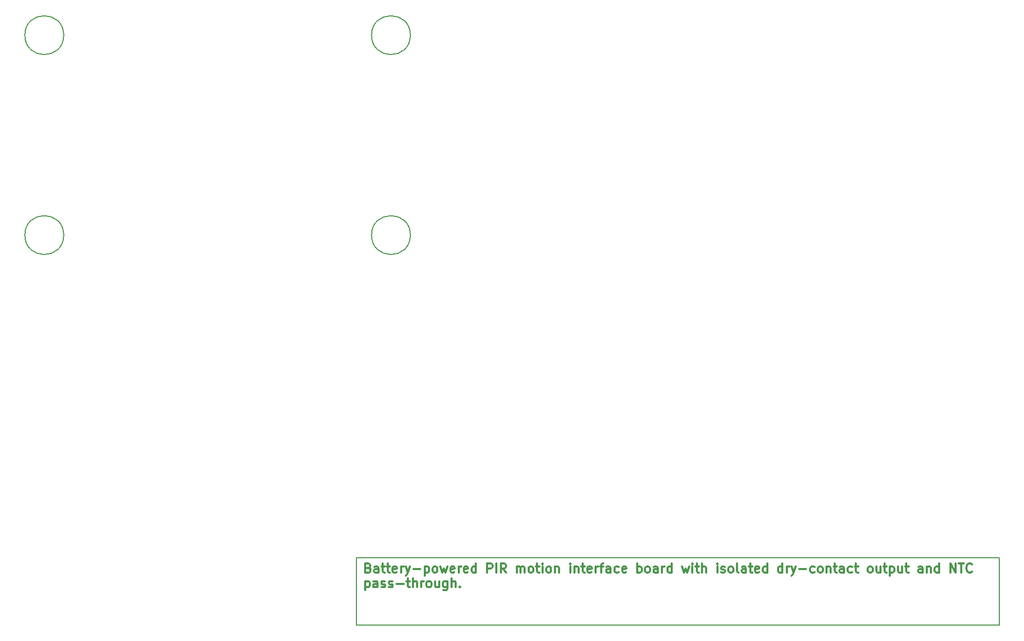
<source format=gbr>
%TF.GenerationSoftware,KiCad,Pcbnew,9.0.1+1*%
%TF.CreationDate,2025-12-31T05:22:49+00:00*%
%TF.ProjectId,WALKIN_PIR_IF,57414c4b-494e-45f5-9049-525f49462e6b,A*%
%TF.SameCoordinates,Original*%
%TF.FileFunction,Other,Comment*%
%FSLAX46Y46*%
G04 Gerber Fmt 4.6, Leading zero omitted, Abs format (unit mm)*
G04 Created by KiCad (PCBNEW 9.0.1+1) date 2025-12-31 05:22:49*
%MOMM*%
%LPD*%
G01*
G04 APERTURE LIST*
%ADD10C,0.300000*%
%ADD11C,0.200000*%
%ADD12C,0.150000*%
G04 APERTURE END LIST*
D10*
X179807010Y-168692614D02*
X180021296Y-168764042D01*
X180021296Y-168764042D02*
X180092725Y-168835471D01*
X180092725Y-168835471D02*
X180164153Y-168978328D01*
X180164153Y-168978328D02*
X180164153Y-169192614D01*
X180164153Y-169192614D02*
X180092725Y-169335471D01*
X180092725Y-169335471D02*
X180021296Y-169406900D01*
X180021296Y-169406900D02*
X179878439Y-169478328D01*
X179878439Y-169478328D02*
X179307010Y-169478328D01*
X179307010Y-169478328D02*
X179307010Y-167978328D01*
X179307010Y-167978328D02*
X179807010Y-167978328D01*
X179807010Y-167978328D02*
X179949868Y-168049757D01*
X179949868Y-168049757D02*
X180021296Y-168121185D01*
X180021296Y-168121185D02*
X180092725Y-168264042D01*
X180092725Y-168264042D02*
X180092725Y-168406900D01*
X180092725Y-168406900D02*
X180021296Y-168549757D01*
X180021296Y-168549757D02*
X179949868Y-168621185D01*
X179949868Y-168621185D02*
X179807010Y-168692614D01*
X179807010Y-168692614D02*
X179307010Y-168692614D01*
X181449868Y-169478328D02*
X181449868Y-168692614D01*
X181449868Y-168692614D02*
X181378439Y-168549757D01*
X181378439Y-168549757D02*
X181235582Y-168478328D01*
X181235582Y-168478328D02*
X180949868Y-168478328D01*
X180949868Y-168478328D02*
X180807010Y-168549757D01*
X181449868Y-169406900D02*
X181307010Y-169478328D01*
X181307010Y-169478328D02*
X180949868Y-169478328D01*
X180949868Y-169478328D02*
X180807010Y-169406900D01*
X180807010Y-169406900D02*
X180735582Y-169264042D01*
X180735582Y-169264042D02*
X180735582Y-169121185D01*
X180735582Y-169121185D02*
X180807010Y-168978328D01*
X180807010Y-168978328D02*
X180949868Y-168906900D01*
X180949868Y-168906900D02*
X181307010Y-168906900D01*
X181307010Y-168906900D02*
X181449868Y-168835471D01*
X181949868Y-168478328D02*
X182521296Y-168478328D01*
X182164153Y-167978328D02*
X182164153Y-169264042D01*
X182164153Y-169264042D02*
X182235582Y-169406900D01*
X182235582Y-169406900D02*
X182378439Y-169478328D01*
X182378439Y-169478328D02*
X182521296Y-169478328D01*
X182807011Y-168478328D02*
X183378439Y-168478328D01*
X183021296Y-167978328D02*
X183021296Y-169264042D01*
X183021296Y-169264042D02*
X183092725Y-169406900D01*
X183092725Y-169406900D02*
X183235582Y-169478328D01*
X183235582Y-169478328D02*
X183378439Y-169478328D01*
X184449868Y-169406900D02*
X184307011Y-169478328D01*
X184307011Y-169478328D02*
X184021297Y-169478328D01*
X184021297Y-169478328D02*
X183878439Y-169406900D01*
X183878439Y-169406900D02*
X183807011Y-169264042D01*
X183807011Y-169264042D02*
X183807011Y-168692614D01*
X183807011Y-168692614D02*
X183878439Y-168549757D01*
X183878439Y-168549757D02*
X184021297Y-168478328D01*
X184021297Y-168478328D02*
X184307011Y-168478328D01*
X184307011Y-168478328D02*
X184449868Y-168549757D01*
X184449868Y-168549757D02*
X184521297Y-168692614D01*
X184521297Y-168692614D02*
X184521297Y-168835471D01*
X184521297Y-168835471D02*
X183807011Y-168978328D01*
X185164153Y-169478328D02*
X185164153Y-168478328D01*
X185164153Y-168764042D02*
X185235582Y-168621185D01*
X185235582Y-168621185D02*
X185307011Y-168549757D01*
X185307011Y-168549757D02*
X185449868Y-168478328D01*
X185449868Y-168478328D02*
X185592725Y-168478328D01*
X185949867Y-168478328D02*
X186307010Y-169478328D01*
X186664153Y-168478328D02*
X186307010Y-169478328D01*
X186307010Y-169478328D02*
X186164153Y-169835471D01*
X186164153Y-169835471D02*
X186092724Y-169906900D01*
X186092724Y-169906900D02*
X185949867Y-169978328D01*
X187235581Y-168906900D02*
X188378439Y-168906900D01*
X189092724Y-168478328D02*
X189092724Y-169978328D01*
X189092724Y-168549757D02*
X189235582Y-168478328D01*
X189235582Y-168478328D02*
X189521296Y-168478328D01*
X189521296Y-168478328D02*
X189664153Y-168549757D01*
X189664153Y-168549757D02*
X189735582Y-168621185D01*
X189735582Y-168621185D02*
X189807010Y-168764042D01*
X189807010Y-168764042D02*
X189807010Y-169192614D01*
X189807010Y-169192614D02*
X189735582Y-169335471D01*
X189735582Y-169335471D02*
X189664153Y-169406900D01*
X189664153Y-169406900D02*
X189521296Y-169478328D01*
X189521296Y-169478328D02*
X189235582Y-169478328D01*
X189235582Y-169478328D02*
X189092724Y-169406900D01*
X190664153Y-169478328D02*
X190521296Y-169406900D01*
X190521296Y-169406900D02*
X190449867Y-169335471D01*
X190449867Y-169335471D02*
X190378439Y-169192614D01*
X190378439Y-169192614D02*
X190378439Y-168764042D01*
X190378439Y-168764042D02*
X190449867Y-168621185D01*
X190449867Y-168621185D02*
X190521296Y-168549757D01*
X190521296Y-168549757D02*
X190664153Y-168478328D01*
X190664153Y-168478328D02*
X190878439Y-168478328D01*
X190878439Y-168478328D02*
X191021296Y-168549757D01*
X191021296Y-168549757D02*
X191092725Y-168621185D01*
X191092725Y-168621185D02*
X191164153Y-168764042D01*
X191164153Y-168764042D02*
X191164153Y-169192614D01*
X191164153Y-169192614D02*
X191092725Y-169335471D01*
X191092725Y-169335471D02*
X191021296Y-169406900D01*
X191021296Y-169406900D02*
X190878439Y-169478328D01*
X190878439Y-169478328D02*
X190664153Y-169478328D01*
X191664153Y-168478328D02*
X191949868Y-169478328D01*
X191949868Y-169478328D02*
X192235582Y-168764042D01*
X192235582Y-168764042D02*
X192521296Y-169478328D01*
X192521296Y-169478328D02*
X192807010Y-168478328D01*
X193949868Y-169406900D02*
X193807011Y-169478328D01*
X193807011Y-169478328D02*
X193521297Y-169478328D01*
X193521297Y-169478328D02*
X193378439Y-169406900D01*
X193378439Y-169406900D02*
X193307011Y-169264042D01*
X193307011Y-169264042D02*
X193307011Y-168692614D01*
X193307011Y-168692614D02*
X193378439Y-168549757D01*
X193378439Y-168549757D02*
X193521297Y-168478328D01*
X193521297Y-168478328D02*
X193807011Y-168478328D01*
X193807011Y-168478328D02*
X193949868Y-168549757D01*
X193949868Y-168549757D02*
X194021297Y-168692614D01*
X194021297Y-168692614D02*
X194021297Y-168835471D01*
X194021297Y-168835471D02*
X193307011Y-168978328D01*
X194664153Y-169478328D02*
X194664153Y-168478328D01*
X194664153Y-168764042D02*
X194735582Y-168621185D01*
X194735582Y-168621185D02*
X194807011Y-168549757D01*
X194807011Y-168549757D02*
X194949868Y-168478328D01*
X194949868Y-168478328D02*
X195092725Y-168478328D01*
X196164153Y-169406900D02*
X196021296Y-169478328D01*
X196021296Y-169478328D02*
X195735582Y-169478328D01*
X195735582Y-169478328D02*
X195592724Y-169406900D01*
X195592724Y-169406900D02*
X195521296Y-169264042D01*
X195521296Y-169264042D02*
X195521296Y-168692614D01*
X195521296Y-168692614D02*
X195592724Y-168549757D01*
X195592724Y-168549757D02*
X195735582Y-168478328D01*
X195735582Y-168478328D02*
X196021296Y-168478328D01*
X196021296Y-168478328D02*
X196164153Y-168549757D01*
X196164153Y-168549757D02*
X196235582Y-168692614D01*
X196235582Y-168692614D02*
X196235582Y-168835471D01*
X196235582Y-168835471D02*
X195521296Y-168978328D01*
X197521296Y-169478328D02*
X197521296Y-167978328D01*
X197521296Y-169406900D02*
X197378438Y-169478328D01*
X197378438Y-169478328D02*
X197092724Y-169478328D01*
X197092724Y-169478328D02*
X196949867Y-169406900D01*
X196949867Y-169406900D02*
X196878438Y-169335471D01*
X196878438Y-169335471D02*
X196807010Y-169192614D01*
X196807010Y-169192614D02*
X196807010Y-168764042D01*
X196807010Y-168764042D02*
X196878438Y-168621185D01*
X196878438Y-168621185D02*
X196949867Y-168549757D01*
X196949867Y-168549757D02*
X197092724Y-168478328D01*
X197092724Y-168478328D02*
X197378438Y-168478328D01*
X197378438Y-168478328D02*
X197521296Y-168549757D01*
X199378438Y-169478328D02*
X199378438Y-167978328D01*
X199378438Y-167978328D02*
X199949867Y-167978328D01*
X199949867Y-167978328D02*
X200092724Y-168049757D01*
X200092724Y-168049757D02*
X200164153Y-168121185D01*
X200164153Y-168121185D02*
X200235581Y-168264042D01*
X200235581Y-168264042D02*
X200235581Y-168478328D01*
X200235581Y-168478328D02*
X200164153Y-168621185D01*
X200164153Y-168621185D02*
X200092724Y-168692614D01*
X200092724Y-168692614D02*
X199949867Y-168764042D01*
X199949867Y-168764042D02*
X199378438Y-168764042D01*
X200878438Y-169478328D02*
X200878438Y-167978328D01*
X202449867Y-169478328D02*
X201949867Y-168764042D01*
X201592724Y-169478328D02*
X201592724Y-167978328D01*
X201592724Y-167978328D02*
X202164153Y-167978328D01*
X202164153Y-167978328D02*
X202307010Y-168049757D01*
X202307010Y-168049757D02*
X202378439Y-168121185D01*
X202378439Y-168121185D02*
X202449867Y-168264042D01*
X202449867Y-168264042D02*
X202449867Y-168478328D01*
X202449867Y-168478328D02*
X202378439Y-168621185D01*
X202378439Y-168621185D02*
X202307010Y-168692614D01*
X202307010Y-168692614D02*
X202164153Y-168764042D01*
X202164153Y-168764042D02*
X201592724Y-168764042D01*
X204235581Y-169478328D02*
X204235581Y-168478328D01*
X204235581Y-168621185D02*
X204307010Y-168549757D01*
X204307010Y-168549757D02*
X204449867Y-168478328D01*
X204449867Y-168478328D02*
X204664153Y-168478328D01*
X204664153Y-168478328D02*
X204807010Y-168549757D01*
X204807010Y-168549757D02*
X204878439Y-168692614D01*
X204878439Y-168692614D02*
X204878439Y-169478328D01*
X204878439Y-168692614D02*
X204949867Y-168549757D01*
X204949867Y-168549757D02*
X205092724Y-168478328D01*
X205092724Y-168478328D02*
X205307010Y-168478328D01*
X205307010Y-168478328D02*
X205449867Y-168549757D01*
X205449867Y-168549757D02*
X205521296Y-168692614D01*
X205521296Y-168692614D02*
X205521296Y-169478328D01*
X206449867Y-169478328D02*
X206307010Y-169406900D01*
X206307010Y-169406900D02*
X206235581Y-169335471D01*
X206235581Y-169335471D02*
X206164153Y-169192614D01*
X206164153Y-169192614D02*
X206164153Y-168764042D01*
X206164153Y-168764042D02*
X206235581Y-168621185D01*
X206235581Y-168621185D02*
X206307010Y-168549757D01*
X206307010Y-168549757D02*
X206449867Y-168478328D01*
X206449867Y-168478328D02*
X206664153Y-168478328D01*
X206664153Y-168478328D02*
X206807010Y-168549757D01*
X206807010Y-168549757D02*
X206878439Y-168621185D01*
X206878439Y-168621185D02*
X206949867Y-168764042D01*
X206949867Y-168764042D02*
X206949867Y-169192614D01*
X206949867Y-169192614D02*
X206878439Y-169335471D01*
X206878439Y-169335471D02*
X206807010Y-169406900D01*
X206807010Y-169406900D02*
X206664153Y-169478328D01*
X206664153Y-169478328D02*
X206449867Y-169478328D01*
X207378439Y-168478328D02*
X207949867Y-168478328D01*
X207592724Y-167978328D02*
X207592724Y-169264042D01*
X207592724Y-169264042D02*
X207664153Y-169406900D01*
X207664153Y-169406900D02*
X207807010Y-169478328D01*
X207807010Y-169478328D02*
X207949867Y-169478328D01*
X208449867Y-169478328D02*
X208449867Y-168478328D01*
X208449867Y-167978328D02*
X208378439Y-168049757D01*
X208378439Y-168049757D02*
X208449867Y-168121185D01*
X208449867Y-168121185D02*
X208521296Y-168049757D01*
X208521296Y-168049757D02*
X208449867Y-167978328D01*
X208449867Y-167978328D02*
X208449867Y-168121185D01*
X209378439Y-169478328D02*
X209235582Y-169406900D01*
X209235582Y-169406900D02*
X209164153Y-169335471D01*
X209164153Y-169335471D02*
X209092725Y-169192614D01*
X209092725Y-169192614D02*
X209092725Y-168764042D01*
X209092725Y-168764042D02*
X209164153Y-168621185D01*
X209164153Y-168621185D02*
X209235582Y-168549757D01*
X209235582Y-168549757D02*
X209378439Y-168478328D01*
X209378439Y-168478328D02*
X209592725Y-168478328D01*
X209592725Y-168478328D02*
X209735582Y-168549757D01*
X209735582Y-168549757D02*
X209807011Y-168621185D01*
X209807011Y-168621185D02*
X209878439Y-168764042D01*
X209878439Y-168764042D02*
X209878439Y-169192614D01*
X209878439Y-169192614D02*
X209807011Y-169335471D01*
X209807011Y-169335471D02*
X209735582Y-169406900D01*
X209735582Y-169406900D02*
X209592725Y-169478328D01*
X209592725Y-169478328D02*
X209378439Y-169478328D01*
X210521296Y-168478328D02*
X210521296Y-169478328D01*
X210521296Y-168621185D02*
X210592725Y-168549757D01*
X210592725Y-168549757D02*
X210735582Y-168478328D01*
X210735582Y-168478328D02*
X210949868Y-168478328D01*
X210949868Y-168478328D02*
X211092725Y-168549757D01*
X211092725Y-168549757D02*
X211164154Y-168692614D01*
X211164154Y-168692614D02*
X211164154Y-169478328D01*
X213021296Y-169478328D02*
X213021296Y-168478328D01*
X213021296Y-167978328D02*
X212949868Y-168049757D01*
X212949868Y-168049757D02*
X213021296Y-168121185D01*
X213021296Y-168121185D02*
X213092725Y-168049757D01*
X213092725Y-168049757D02*
X213021296Y-167978328D01*
X213021296Y-167978328D02*
X213021296Y-168121185D01*
X213735582Y-168478328D02*
X213735582Y-169478328D01*
X213735582Y-168621185D02*
X213807011Y-168549757D01*
X213807011Y-168549757D02*
X213949868Y-168478328D01*
X213949868Y-168478328D02*
X214164154Y-168478328D01*
X214164154Y-168478328D02*
X214307011Y-168549757D01*
X214307011Y-168549757D02*
X214378440Y-168692614D01*
X214378440Y-168692614D02*
X214378440Y-169478328D01*
X214878440Y-168478328D02*
X215449868Y-168478328D01*
X215092725Y-167978328D02*
X215092725Y-169264042D01*
X215092725Y-169264042D02*
X215164154Y-169406900D01*
X215164154Y-169406900D02*
X215307011Y-169478328D01*
X215307011Y-169478328D02*
X215449868Y-169478328D01*
X216521297Y-169406900D02*
X216378440Y-169478328D01*
X216378440Y-169478328D02*
X216092726Y-169478328D01*
X216092726Y-169478328D02*
X215949868Y-169406900D01*
X215949868Y-169406900D02*
X215878440Y-169264042D01*
X215878440Y-169264042D02*
X215878440Y-168692614D01*
X215878440Y-168692614D02*
X215949868Y-168549757D01*
X215949868Y-168549757D02*
X216092726Y-168478328D01*
X216092726Y-168478328D02*
X216378440Y-168478328D01*
X216378440Y-168478328D02*
X216521297Y-168549757D01*
X216521297Y-168549757D02*
X216592726Y-168692614D01*
X216592726Y-168692614D02*
X216592726Y-168835471D01*
X216592726Y-168835471D02*
X215878440Y-168978328D01*
X217235582Y-169478328D02*
X217235582Y-168478328D01*
X217235582Y-168764042D02*
X217307011Y-168621185D01*
X217307011Y-168621185D02*
X217378440Y-168549757D01*
X217378440Y-168549757D02*
X217521297Y-168478328D01*
X217521297Y-168478328D02*
X217664154Y-168478328D01*
X217949868Y-168478328D02*
X218521296Y-168478328D01*
X218164153Y-169478328D02*
X218164153Y-168192614D01*
X218164153Y-168192614D02*
X218235582Y-168049757D01*
X218235582Y-168049757D02*
X218378439Y-167978328D01*
X218378439Y-167978328D02*
X218521296Y-167978328D01*
X219664154Y-169478328D02*
X219664154Y-168692614D01*
X219664154Y-168692614D02*
X219592725Y-168549757D01*
X219592725Y-168549757D02*
X219449868Y-168478328D01*
X219449868Y-168478328D02*
X219164154Y-168478328D01*
X219164154Y-168478328D02*
X219021296Y-168549757D01*
X219664154Y-169406900D02*
X219521296Y-169478328D01*
X219521296Y-169478328D02*
X219164154Y-169478328D01*
X219164154Y-169478328D02*
X219021296Y-169406900D01*
X219021296Y-169406900D02*
X218949868Y-169264042D01*
X218949868Y-169264042D02*
X218949868Y-169121185D01*
X218949868Y-169121185D02*
X219021296Y-168978328D01*
X219021296Y-168978328D02*
X219164154Y-168906900D01*
X219164154Y-168906900D02*
X219521296Y-168906900D01*
X219521296Y-168906900D02*
X219664154Y-168835471D01*
X221021297Y-169406900D02*
X220878439Y-169478328D01*
X220878439Y-169478328D02*
X220592725Y-169478328D01*
X220592725Y-169478328D02*
X220449868Y-169406900D01*
X220449868Y-169406900D02*
X220378439Y-169335471D01*
X220378439Y-169335471D02*
X220307011Y-169192614D01*
X220307011Y-169192614D02*
X220307011Y-168764042D01*
X220307011Y-168764042D02*
X220378439Y-168621185D01*
X220378439Y-168621185D02*
X220449868Y-168549757D01*
X220449868Y-168549757D02*
X220592725Y-168478328D01*
X220592725Y-168478328D02*
X220878439Y-168478328D01*
X220878439Y-168478328D02*
X221021297Y-168549757D01*
X222235582Y-169406900D02*
X222092725Y-169478328D01*
X222092725Y-169478328D02*
X221807011Y-169478328D01*
X221807011Y-169478328D02*
X221664153Y-169406900D01*
X221664153Y-169406900D02*
X221592725Y-169264042D01*
X221592725Y-169264042D02*
X221592725Y-168692614D01*
X221592725Y-168692614D02*
X221664153Y-168549757D01*
X221664153Y-168549757D02*
X221807011Y-168478328D01*
X221807011Y-168478328D02*
X222092725Y-168478328D01*
X222092725Y-168478328D02*
X222235582Y-168549757D01*
X222235582Y-168549757D02*
X222307011Y-168692614D01*
X222307011Y-168692614D02*
X222307011Y-168835471D01*
X222307011Y-168835471D02*
X221592725Y-168978328D01*
X224092724Y-169478328D02*
X224092724Y-167978328D01*
X224092724Y-168549757D02*
X224235582Y-168478328D01*
X224235582Y-168478328D02*
X224521296Y-168478328D01*
X224521296Y-168478328D02*
X224664153Y-168549757D01*
X224664153Y-168549757D02*
X224735582Y-168621185D01*
X224735582Y-168621185D02*
X224807010Y-168764042D01*
X224807010Y-168764042D02*
X224807010Y-169192614D01*
X224807010Y-169192614D02*
X224735582Y-169335471D01*
X224735582Y-169335471D02*
X224664153Y-169406900D01*
X224664153Y-169406900D02*
X224521296Y-169478328D01*
X224521296Y-169478328D02*
X224235582Y-169478328D01*
X224235582Y-169478328D02*
X224092724Y-169406900D01*
X225664153Y-169478328D02*
X225521296Y-169406900D01*
X225521296Y-169406900D02*
X225449867Y-169335471D01*
X225449867Y-169335471D02*
X225378439Y-169192614D01*
X225378439Y-169192614D02*
X225378439Y-168764042D01*
X225378439Y-168764042D02*
X225449867Y-168621185D01*
X225449867Y-168621185D02*
X225521296Y-168549757D01*
X225521296Y-168549757D02*
X225664153Y-168478328D01*
X225664153Y-168478328D02*
X225878439Y-168478328D01*
X225878439Y-168478328D02*
X226021296Y-168549757D01*
X226021296Y-168549757D02*
X226092725Y-168621185D01*
X226092725Y-168621185D02*
X226164153Y-168764042D01*
X226164153Y-168764042D02*
X226164153Y-169192614D01*
X226164153Y-169192614D02*
X226092725Y-169335471D01*
X226092725Y-169335471D02*
X226021296Y-169406900D01*
X226021296Y-169406900D02*
X225878439Y-169478328D01*
X225878439Y-169478328D02*
X225664153Y-169478328D01*
X227449868Y-169478328D02*
X227449868Y-168692614D01*
X227449868Y-168692614D02*
X227378439Y-168549757D01*
X227378439Y-168549757D02*
X227235582Y-168478328D01*
X227235582Y-168478328D02*
X226949868Y-168478328D01*
X226949868Y-168478328D02*
X226807010Y-168549757D01*
X227449868Y-169406900D02*
X227307010Y-169478328D01*
X227307010Y-169478328D02*
X226949868Y-169478328D01*
X226949868Y-169478328D02*
X226807010Y-169406900D01*
X226807010Y-169406900D02*
X226735582Y-169264042D01*
X226735582Y-169264042D02*
X226735582Y-169121185D01*
X226735582Y-169121185D02*
X226807010Y-168978328D01*
X226807010Y-168978328D02*
X226949868Y-168906900D01*
X226949868Y-168906900D02*
X227307010Y-168906900D01*
X227307010Y-168906900D02*
X227449868Y-168835471D01*
X228164153Y-169478328D02*
X228164153Y-168478328D01*
X228164153Y-168764042D02*
X228235582Y-168621185D01*
X228235582Y-168621185D02*
X228307011Y-168549757D01*
X228307011Y-168549757D02*
X228449868Y-168478328D01*
X228449868Y-168478328D02*
X228592725Y-168478328D01*
X229735582Y-169478328D02*
X229735582Y-167978328D01*
X229735582Y-169406900D02*
X229592724Y-169478328D01*
X229592724Y-169478328D02*
X229307010Y-169478328D01*
X229307010Y-169478328D02*
X229164153Y-169406900D01*
X229164153Y-169406900D02*
X229092724Y-169335471D01*
X229092724Y-169335471D02*
X229021296Y-169192614D01*
X229021296Y-169192614D02*
X229021296Y-168764042D01*
X229021296Y-168764042D02*
X229092724Y-168621185D01*
X229092724Y-168621185D02*
X229164153Y-168549757D01*
X229164153Y-168549757D02*
X229307010Y-168478328D01*
X229307010Y-168478328D02*
X229592724Y-168478328D01*
X229592724Y-168478328D02*
X229735582Y-168549757D01*
X231449867Y-168478328D02*
X231735582Y-169478328D01*
X231735582Y-169478328D02*
X232021296Y-168764042D01*
X232021296Y-168764042D02*
X232307010Y-169478328D01*
X232307010Y-169478328D02*
X232592724Y-168478328D01*
X233164153Y-169478328D02*
X233164153Y-168478328D01*
X233164153Y-167978328D02*
X233092725Y-168049757D01*
X233092725Y-168049757D02*
X233164153Y-168121185D01*
X233164153Y-168121185D02*
X233235582Y-168049757D01*
X233235582Y-168049757D02*
X233164153Y-167978328D01*
X233164153Y-167978328D02*
X233164153Y-168121185D01*
X233664154Y-168478328D02*
X234235582Y-168478328D01*
X233878439Y-167978328D02*
X233878439Y-169264042D01*
X233878439Y-169264042D02*
X233949868Y-169406900D01*
X233949868Y-169406900D02*
X234092725Y-169478328D01*
X234092725Y-169478328D02*
X234235582Y-169478328D01*
X234735582Y-169478328D02*
X234735582Y-167978328D01*
X235378440Y-169478328D02*
X235378440Y-168692614D01*
X235378440Y-168692614D02*
X235307011Y-168549757D01*
X235307011Y-168549757D02*
X235164154Y-168478328D01*
X235164154Y-168478328D02*
X234949868Y-168478328D01*
X234949868Y-168478328D02*
X234807011Y-168549757D01*
X234807011Y-168549757D02*
X234735582Y-168621185D01*
X237235582Y-169478328D02*
X237235582Y-168478328D01*
X237235582Y-167978328D02*
X237164154Y-168049757D01*
X237164154Y-168049757D02*
X237235582Y-168121185D01*
X237235582Y-168121185D02*
X237307011Y-168049757D01*
X237307011Y-168049757D02*
X237235582Y-167978328D01*
X237235582Y-167978328D02*
X237235582Y-168121185D01*
X237878440Y-169406900D02*
X238021297Y-169478328D01*
X238021297Y-169478328D02*
X238307011Y-169478328D01*
X238307011Y-169478328D02*
X238449868Y-169406900D01*
X238449868Y-169406900D02*
X238521297Y-169264042D01*
X238521297Y-169264042D02*
X238521297Y-169192614D01*
X238521297Y-169192614D02*
X238449868Y-169049757D01*
X238449868Y-169049757D02*
X238307011Y-168978328D01*
X238307011Y-168978328D02*
X238092726Y-168978328D01*
X238092726Y-168978328D02*
X237949868Y-168906900D01*
X237949868Y-168906900D02*
X237878440Y-168764042D01*
X237878440Y-168764042D02*
X237878440Y-168692614D01*
X237878440Y-168692614D02*
X237949868Y-168549757D01*
X237949868Y-168549757D02*
X238092726Y-168478328D01*
X238092726Y-168478328D02*
X238307011Y-168478328D01*
X238307011Y-168478328D02*
X238449868Y-168549757D01*
X239378440Y-169478328D02*
X239235583Y-169406900D01*
X239235583Y-169406900D02*
X239164154Y-169335471D01*
X239164154Y-169335471D02*
X239092726Y-169192614D01*
X239092726Y-169192614D02*
X239092726Y-168764042D01*
X239092726Y-168764042D02*
X239164154Y-168621185D01*
X239164154Y-168621185D02*
X239235583Y-168549757D01*
X239235583Y-168549757D02*
X239378440Y-168478328D01*
X239378440Y-168478328D02*
X239592726Y-168478328D01*
X239592726Y-168478328D02*
X239735583Y-168549757D01*
X239735583Y-168549757D02*
X239807012Y-168621185D01*
X239807012Y-168621185D02*
X239878440Y-168764042D01*
X239878440Y-168764042D02*
X239878440Y-169192614D01*
X239878440Y-169192614D02*
X239807012Y-169335471D01*
X239807012Y-169335471D02*
X239735583Y-169406900D01*
X239735583Y-169406900D02*
X239592726Y-169478328D01*
X239592726Y-169478328D02*
X239378440Y-169478328D01*
X240735583Y-169478328D02*
X240592726Y-169406900D01*
X240592726Y-169406900D02*
X240521297Y-169264042D01*
X240521297Y-169264042D02*
X240521297Y-167978328D01*
X241949869Y-169478328D02*
X241949869Y-168692614D01*
X241949869Y-168692614D02*
X241878440Y-168549757D01*
X241878440Y-168549757D02*
X241735583Y-168478328D01*
X241735583Y-168478328D02*
X241449869Y-168478328D01*
X241449869Y-168478328D02*
X241307011Y-168549757D01*
X241949869Y-169406900D02*
X241807011Y-169478328D01*
X241807011Y-169478328D02*
X241449869Y-169478328D01*
X241449869Y-169478328D02*
X241307011Y-169406900D01*
X241307011Y-169406900D02*
X241235583Y-169264042D01*
X241235583Y-169264042D02*
X241235583Y-169121185D01*
X241235583Y-169121185D02*
X241307011Y-168978328D01*
X241307011Y-168978328D02*
X241449869Y-168906900D01*
X241449869Y-168906900D02*
X241807011Y-168906900D01*
X241807011Y-168906900D02*
X241949869Y-168835471D01*
X242449869Y-168478328D02*
X243021297Y-168478328D01*
X242664154Y-167978328D02*
X242664154Y-169264042D01*
X242664154Y-169264042D02*
X242735583Y-169406900D01*
X242735583Y-169406900D02*
X242878440Y-169478328D01*
X242878440Y-169478328D02*
X243021297Y-169478328D01*
X244092726Y-169406900D02*
X243949869Y-169478328D01*
X243949869Y-169478328D02*
X243664155Y-169478328D01*
X243664155Y-169478328D02*
X243521297Y-169406900D01*
X243521297Y-169406900D02*
X243449869Y-169264042D01*
X243449869Y-169264042D02*
X243449869Y-168692614D01*
X243449869Y-168692614D02*
X243521297Y-168549757D01*
X243521297Y-168549757D02*
X243664155Y-168478328D01*
X243664155Y-168478328D02*
X243949869Y-168478328D01*
X243949869Y-168478328D02*
X244092726Y-168549757D01*
X244092726Y-168549757D02*
X244164155Y-168692614D01*
X244164155Y-168692614D02*
X244164155Y-168835471D01*
X244164155Y-168835471D02*
X243449869Y-168978328D01*
X245449869Y-169478328D02*
X245449869Y-167978328D01*
X245449869Y-169406900D02*
X245307011Y-169478328D01*
X245307011Y-169478328D02*
X245021297Y-169478328D01*
X245021297Y-169478328D02*
X244878440Y-169406900D01*
X244878440Y-169406900D02*
X244807011Y-169335471D01*
X244807011Y-169335471D02*
X244735583Y-169192614D01*
X244735583Y-169192614D02*
X244735583Y-168764042D01*
X244735583Y-168764042D02*
X244807011Y-168621185D01*
X244807011Y-168621185D02*
X244878440Y-168549757D01*
X244878440Y-168549757D02*
X245021297Y-168478328D01*
X245021297Y-168478328D02*
X245307011Y-168478328D01*
X245307011Y-168478328D02*
X245449869Y-168549757D01*
X247949869Y-169478328D02*
X247949869Y-167978328D01*
X247949869Y-169406900D02*
X247807011Y-169478328D01*
X247807011Y-169478328D02*
X247521297Y-169478328D01*
X247521297Y-169478328D02*
X247378440Y-169406900D01*
X247378440Y-169406900D02*
X247307011Y-169335471D01*
X247307011Y-169335471D02*
X247235583Y-169192614D01*
X247235583Y-169192614D02*
X247235583Y-168764042D01*
X247235583Y-168764042D02*
X247307011Y-168621185D01*
X247307011Y-168621185D02*
X247378440Y-168549757D01*
X247378440Y-168549757D02*
X247521297Y-168478328D01*
X247521297Y-168478328D02*
X247807011Y-168478328D01*
X247807011Y-168478328D02*
X247949869Y-168549757D01*
X248664154Y-169478328D02*
X248664154Y-168478328D01*
X248664154Y-168764042D02*
X248735583Y-168621185D01*
X248735583Y-168621185D02*
X248807012Y-168549757D01*
X248807012Y-168549757D02*
X248949869Y-168478328D01*
X248949869Y-168478328D02*
X249092726Y-168478328D01*
X249449868Y-168478328D02*
X249807011Y-169478328D01*
X250164154Y-168478328D02*
X249807011Y-169478328D01*
X249807011Y-169478328D02*
X249664154Y-169835471D01*
X249664154Y-169835471D02*
X249592725Y-169906900D01*
X249592725Y-169906900D02*
X249449868Y-169978328D01*
X250735582Y-168906900D02*
X251878440Y-168906900D01*
X253235583Y-169406900D02*
X253092725Y-169478328D01*
X253092725Y-169478328D02*
X252807011Y-169478328D01*
X252807011Y-169478328D02*
X252664154Y-169406900D01*
X252664154Y-169406900D02*
X252592725Y-169335471D01*
X252592725Y-169335471D02*
X252521297Y-169192614D01*
X252521297Y-169192614D02*
X252521297Y-168764042D01*
X252521297Y-168764042D02*
X252592725Y-168621185D01*
X252592725Y-168621185D02*
X252664154Y-168549757D01*
X252664154Y-168549757D02*
X252807011Y-168478328D01*
X252807011Y-168478328D02*
X253092725Y-168478328D01*
X253092725Y-168478328D02*
X253235583Y-168549757D01*
X254092725Y-169478328D02*
X253949868Y-169406900D01*
X253949868Y-169406900D02*
X253878439Y-169335471D01*
X253878439Y-169335471D02*
X253807011Y-169192614D01*
X253807011Y-169192614D02*
X253807011Y-168764042D01*
X253807011Y-168764042D02*
X253878439Y-168621185D01*
X253878439Y-168621185D02*
X253949868Y-168549757D01*
X253949868Y-168549757D02*
X254092725Y-168478328D01*
X254092725Y-168478328D02*
X254307011Y-168478328D01*
X254307011Y-168478328D02*
X254449868Y-168549757D01*
X254449868Y-168549757D02*
X254521297Y-168621185D01*
X254521297Y-168621185D02*
X254592725Y-168764042D01*
X254592725Y-168764042D02*
X254592725Y-169192614D01*
X254592725Y-169192614D02*
X254521297Y-169335471D01*
X254521297Y-169335471D02*
X254449868Y-169406900D01*
X254449868Y-169406900D02*
X254307011Y-169478328D01*
X254307011Y-169478328D02*
X254092725Y-169478328D01*
X255235582Y-168478328D02*
X255235582Y-169478328D01*
X255235582Y-168621185D02*
X255307011Y-168549757D01*
X255307011Y-168549757D02*
X255449868Y-168478328D01*
X255449868Y-168478328D02*
X255664154Y-168478328D01*
X255664154Y-168478328D02*
X255807011Y-168549757D01*
X255807011Y-168549757D02*
X255878440Y-168692614D01*
X255878440Y-168692614D02*
X255878440Y-169478328D01*
X256378440Y-168478328D02*
X256949868Y-168478328D01*
X256592725Y-167978328D02*
X256592725Y-169264042D01*
X256592725Y-169264042D02*
X256664154Y-169406900D01*
X256664154Y-169406900D02*
X256807011Y-169478328D01*
X256807011Y-169478328D02*
X256949868Y-169478328D01*
X258092726Y-169478328D02*
X258092726Y-168692614D01*
X258092726Y-168692614D02*
X258021297Y-168549757D01*
X258021297Y-168549757D02*
X257878440Y-168478328D01*
X257878440Y-168478328D02*
X257592726Y-168478328D01*
X257592726Y-168478328D02*
X257449868Y-168549757D01*
X258092726Y-169406900D02*
X257949868Y-169478328D01*
X257949868Y-169478328D02*
X257592726Y-169478328D01*
X257592726Y-169478328D02*
X257449868Y-169406900D01*
X257449868Y-169406900D02*
X257378440Y-169264042D01*
X257378440Y-169264042D02*
X257378440Y-169121185D01*
X257378440Y-169121185D02*
X257449868Y-168978328D01*
X257449868Y-168978328D02*
X257592726Y-168906900D01*
X257592726Y-168906900D02*
X257949868Y-168906900D01*
X257949868Y-168906900D02*
X258092726Y-168835471D01*
X259449869Y-169406900D02*
X259307011Y-169478328D01*
X259307011Y-169478328D02*
X259021297Y-169478328D01*
X259021297Y-169478328D02*
X258878440Y-169406900D01*
X258878440Y-169406900D02*
X258807011Y-169335471D01*
X258807011Y-169335471D02*
X258735583Y-169192614D01*
X258735583Y-169192614D02*
X258735583Y-168764042D01*
X258735583Y-168764042D02*
X258807011Y-168621185D01*
X258807011Y-168621185D02*
X258878440Y-168549757D01*
X258878440Y-168549757D02*
X259021297Y-168478328D01*
X259021297Y-168478328D02*
X259307011Y-168478328D01*
X259307011Y-168478328D02*
X259449869Y-168549757D01*
X259878440Y-168478328D02*
X260449868Y-168478328D01*
X260092725Y-167978328D02*
X260092725Y-169264042D01*
X260092725Y-169264042D02*
X260164154Y-169406900D01*
X260164154Y-169406900D02*
X260307011Y-169478328D01*
X260307011Y-169478328D02*
X260449868Y-169478328D01*
X262307011Y-169478328D02*
X262164154Y-169406900D01*
X262164154Y-169406900D02*
X262092725Y-169335471D01*
X262092725Y-169335471D02*
X262021297Y-169192614D01*
X262021297Y-169192614D02*
X262021297Y-168764042D01*
X262021297Y-168764042D02*
X262092725Y-168621185D01*
X262092725Y-168621185D02*
X262164154Y-168549757D01*
X262164154Y-168549757D02*
X262307011Y-168478328D01*
X262307011Y-168478328D02*
X262521297Y-168478328D01*
X262521297Y-168478328D02*
X262664154Y-168549757D01*
X262664154Y-168549757D02*
X262735583Y-168621185D01*
X262735583Y-168621185D02*
X262807011Y-168764042D01*
X262807011Y-168764042D02*
X262807011Y-169192614D01*
X262807011Y-169192614D02*
X262735583Y-169335471D01*
X262735583Y-169335471D02*
X262664154Y-169406900D01*
X262664154Y-169406900D02*
X262521297Y-169478328D01*
X262521297Y-169478328D02*
X262307011Y-169478328D01*
X264092726Y-168478328D02*
X264092726Y-169478328D01*
X263449868Y-168478328D02*
X263449868Y-169264042D01*
X263449868Y-169264042D02*
X263521297Y-169406900D01*
X263521297Y-169406900D02*
X263664154Y-169478328D01*
X263664154Y-169478328D02*
X263878440Y-169478328D01*
X263878440Y-169478328D02*
X264021297Y-169406900D01*
X264021297Y-169406900D02*
X264092726Y-169335471D01*
X264592726Y-168478328D02*
X265164154Y-168478328D01*
X264807011Y-167978328D02*
X264807011Y-169264042D01*
X264807011Y-169264042D02*
X264878440Y-169406900D01*
X264878440Y-169406900D02*
X265021297Y-169478328D01*
X265021297Y-169478328D02*
X265164154Y-169478328D01*
X265664154Y-168478328D02*
X265664154Y-169978328D01*
X265664154Y-168549757D02*
X265807012Y-168478328D01*
X265807012Y-168478328D02*
X266092726Y-168478328D01*
X266092726Y-168478328D02*
X266235583Y-168549757D01*
X266235583Y-168549757D02*
X266307012Y-168621185D01*
X266307012Y-168621185D02*
X266378440Y-168764042D01*
X266378440Y-168764042D02*
X266378440Y-169192614D01*
X266378440Y-169192614D02*
X266307012Y-169335471D01*
X266307012Y-169335471D02*
X266235583Y-169406900D01*
X266235583Y-169406900D02*
X266092726Y-169478328D01*
X266092726Y-169478328D02*
X265807012Y-169478328D01*
X265807012Y-169478328D02*
X265664154Y-169406900D01*
X267664155Y-168478328D02*
X267664155Y-169478328D01*
X267021297Y-168478328D02*
X267021297Y-169264042D01*
X267021297Y-169264042D02*
X267092726Y-169406900D01*
X267092726Y-169406900D02*
X267235583Y-169478328D01*
X267235583Y-169478328D02*
X267449869Y-169478328D01*
X267449869Y-169478328D02*
X267592726Y-169406900D01*
X267592726Y-169406900D02*
X267664155Y-169335471D01*
X268164155Y-168478328D02*
X268735583Y-168478328D01*
X268378440Y-167978328D02*
X268378440Y-169264042D01*
X268378440Y-169264042D02*
X268449869Y-169406900D01*
X268449869Y-169406900D02*
X268592726Y-169478328D01*
X268592726Y-169478328D02*
X268735583Y-169478328D01*
X271021298Y-169478328D02*
X271021298Y-168692614D01*
X271021298Y-168692614D02*
X270949869Y-168549757D01*
X270949869Y-168549757D02*
X270807012Y-168478328D01*
X270807012Y-168478328D02*
X270521298Y-168478328D01*
X270521298Y-168478328D02*
X270378440Y-168549757D01*
X271021298Y-169406900D02*
X270878440Y-169478328D01*
X270878440Y-169478328D02*
X270521298Y-169478328D01*
X270521298Y-169478328D02*
X270378440Y-169406900D01*
X270378440Y-169406900D02*
X270307012Y-169264042D01*
X270307012Y-169264042D02*
X270307012Y-169121185D01*
X270307012Y-169121185D02*
X270378440Y-168978328D01*
X270378440Y-168978328D02*
X270521298Y-168906900D01*
X270521298Y-168906900D02*
X270878440Y-168906900D01*
X270878440Y-168906900D02*
X271021298Y-168835471D01*
X271735583Y-168478328D02*
X271735583Y-169478328D01*
X271735583Y-168621185D02*
X271807012Y-168549757D01*
X271807012Y-168549757D02*
X271949869Y-168478328D01*
X271949869Y-168478328D02*
X272164155Y-168478328D01*
X272164155Y-168478328D02*
X272307012Y-168549757D01*
X272307012Y-168549757D02*
X272378441Y-168692614D01*
X272378441Y-168692614D02*
X272378441Y-169478328D01*
X273735584Y-169478328D02*
X273735584Y-167978328D01*
X273735584Y-169406900D02*
X273592726Y-169478328D01*
X273592726Y-169478328D02*
X273307012Y-169478328D01*
X273307012Y-169478328D02*
X273164155Y-169406900D01*
X273164155Y-169406900D02*
X273092726Y-169335471D01*
X273092726Y-169335471D02*
X273021298Y-169192614D01*
X273021298Y-169192614D02*
X273021298Y-168764042D01*
X273021298Y-168764042D02*
X273092726Y-168621185D01*
X273092726Y-168621185D02*
X273164155Y-168549757D01*
X273164155Y-168549757D02*
X273307012Y-168478328D01*
X273307012Y-168478328D02*
X273592726Y-168478328D01*
X273592726Y-168478328D02*
X273735584Y-168549757D01*
X275592726Y-169478328D02*
X275592726Y-167978328D01*
X275592726Y-167978328D02*
X276449869Y-169478328D01*
X276449869Y-169478328D02*
X276449869Y-167978328D01*
X276949870Y-167978328D02*
X277807013Y-167978328D01*
X277378441Y-169478328D02*
X277378441Y-167978328D01*
X279164155Y-169335471D02*
X279092727Y-169406900D01*
X279092727Y-169406900D02*
X278878441Y-169478328D01*
X278878441Y-169478328D02*
X278735584Y-169478328D01*
X278735584Y-169478328D02*
X278521298Y-169406900D01*
X278521298Y-169406900D02*
X278378441Y-169264042D01*
X278378441Y-169264042D02*
X278307012Y-169121185D01*
X278307012Y-169121185D02*
X278235584Y-168835471D01*
X278235584Y-168835471D02*
X278235584Y-168621185D01*
X278235584Y-168621185D02*
X278307012Y-168335471D01*
X278307012Y-168335471D02*
X278378441Y-168192614D01*
X278378441Y-168192614D02*
X278521298Y-168049757D01*
X278521298Y-168049757D02*
X278735584Y-167978328D01*
X278735584Y-167978328D02*
X278878441Y-167978328D01*
X278878441Y-167978328D02*
X279092727Y-168049757D01*
X279092727Y-168049757D02*
X279164155Y-168121185D01*
X179307010Y-170893244D02*
X179307010Y-172393244D01*
X179307010Y-170964673D02*
X179449868Y-170893244D01*
X179449868Y-170893244D02*
X179735582Y-170893244D01*
X179735582Y-170893244D02*
X179878439Y-170964673D01*
X179878439Y-170964673D02*
X179949868Y-171036101D01*
X179949868Y-171036101D02*
X180021296Y-171178958D01*
X180021296Y-171178958D02*
X180021296Y-171607530D01*
X180021296Y-171607530D02*
X179949868Y-171750387D01*
X179949868Y-171750387D02*
X179878439Y-171821816D01*
X179878439Y-171821816D02*
X179735582Y-171893244D01*
X179735582Y-171893244D02*
X179449868Y-171893244D01*
X179449868Y-171893244D02*
X179307010Y-171821816D01*
X181307011Y-171893244D02*
X181307011Y-171107530D01*
X181307011Y-171107530D02*
X181235582Y-170964673D01*
X181235582Y-170964673D02*
X181092725Y-170893244D01*
X181092725Y-170893244D02*
X180807011Y-170893244D01*
X180807011Y-170893244D02*
X180664153Y-170964673D01*
X181307011Y-171821816D02*
X181164153Y-171893244D01*
X181164153Y-171893244D02*
X180807011Y-171893244D01*
X180807011Y-171893244D02*
X180664153Y-171821816D01*
X180664153Y-171821816D02*
X180592725Y-171678958D01*
X180592725Y-171678958D02*
X180592725Y-171536101D01*
X180592725Y-171536101D02*
X180664153Y-171393244D01*
X180664153Y-171393244D02*
X180807011Y-171321816D01*
X180807011Y-171321816D02*
X181164153Y-171321816D01*
X181164153Y-171321816D02*
X181307011Y-171250387D01*
X181949868Y-171821816D02*
X182092725Y-171893244D01*
X182092725Y-171893244D02*
X182378439Y-171893244D01*
X182378439Y-171893244D02*
X182521296Y-171821816D01*
X182521296Y-171821816D02*
X182592725Y-171678958D01*
X182592725Y-171678958D02*
X182592725Y-171607530D01*
X182592725Y-171607530D02*
X182521296Y-171464673D01*
X182521296Y-171464673D02*
X182378439Y-171393244D01*
X182378439Y-171393244D02*
X182164154Y-171393244D01*
X182164154Y-171393244D02*
X182021296Y-171321816D01*
X182021296Y-171321816D02*
X181949868Y-171178958D01*
X181949868Y-171178958D02*
X181949868Y-171107530D01*
X181949868Y-171107530D02*
X182021296Y-170964673D01*
X182021296Y-170964673D02*
X182164154Y-170893244D01*
X182164154Y-170893244D02*
X182378439Y-170893244D01*
X182378439Y-170893244D02*
X182521296Y-170964673D01*
X183164154Y-171821816D02*
X183307011Y-171893244D01*
X183307011Y-171893244D02*
X183592725Y-171893244D01*
X183592725Y-171893244D02*
X183735582Y-171821816D01*
X183735582Y-171821816D02*
X183807011Y-171678958D01*
X183807011Y-171678958D02*
X183807011Y-171607530D01*
X183807011Y-171607530D02*
X183735582Y-171464673D01*
X183735582Y-171464673D02*
X183592725Y-171393244D01*
X183592725Y-171393244D02*
X183378440Y-171393244D01*
X183378440Y-171393244D02*
X183235582Y-171321816D01*
X183235582Y-171321816D02*
X183164154Y-171178958D01*
X183164154Y-171178958D02*
X183164154Y-171107530D01*
X183164154Y-171107530D02*
X183235582Y-170964673D01*
X183235582Y-170964673D02*
X183378440Y-170893244D01*
X183378440Y-170893244D02*
X183592725Y-170893244D01*
X183592725Y-170893244D02*
X183735582Y-170964673D01*
X184449868Y-171321816D02*
X185592726Y-171321816D01*
X186092726Y-170893244D02*
X186664154Y-170893244D01*
X186307011Y-170393244D02*
X186307011Y-171678958D01*
X186307011Y-171678958D02*
X186378440Y-171821816D01*
X186378440Y-171821816D02*
X186521297Y-171893244D01*
X186521297Y-171893244D02*
X186664154Y-171893244D01*
X187164154Y-171893244D02*
X187164154Y-170393244D01*
X187807012Y-171893244D02*
X187807012Y-171107530D01*
X187807012Y-171107530D02*
X187735583Y-170964673D01*
X187735583Y-170964673D02*
X187592726Y-170893244D01*
X187592726Y-170893244D02*
X187378440Y-170893244D01*
X187378440Y-170893244D02*
X187235583Y-170964673D01*
X187235583Y-170964673D02*
X187164154Y-171036101D01*
X188521297Y-171893244D02*
X188521297Y-170893244D01*
X188521297Y-171178958D02*
X188592726Y-171036101D01*
X188592726Y-171036101D02*
X188664155Y-170964673D01*
X188664155Y-170964673D02*
X188807012Y-170893244D01*
X188807012Y-170893244D02*
X188949869Y-170893244D01*
X189664154Y-171893244D02*
X189521297Y-171821816D01*
X189521297Y-171821816D02*
X189449868Y-171750387D01*
X189449868Y-171750387D02*
X189378440Y-171607530D01*
X189378440Y-171607530D02*
X189378440Y-171178958D01*
X189378440Y-171178958D02*
X189449868Y-171036101D01*
X189449868Y-171036101D02*
X189521297Y-170964673D01*
X189521297Y-170964673D02*
X189664154Y-170893244D01*
X189664154Y-170893244D02*
X189878440Y-170893244D01*
X189878440Y-170893244D02*
X190021297Y-170964673D01*
X190021297Y-170964673D02*
X190092726Y-171036101D01*
X190092726Y-171036101D02*
X190164154Y-171178958D01*
X190164154Y-171178958D02*
X190164154Y-171607530D01*
X190164154Y-171607530D02*
X190092726Y-171750387D01*
X190092726Y-171750387D02*
X190021297Y-171821816D01*
X190021297Y-171821816D02*
X189878440Y-171893244D01*
X189878440Y-171893244D02*
X189664154Y-171893244D01*
X191449869Y-170893244D02*
X191449869Y-171893244D01*
X190807011Y-170893244D02*
X190807011Y-171678958D01*
X190807011Y-171678958D02*
X190878440Y-171821816D01*
X190878440Y-171821816D02*
X191021297Y-171893244D01*
X191021297Y-171893244D02*
X191235583Y-171893244D01*
X191235583Y-171893244D02*
X191378440Y-171821816D01*
X191378440Y-171821816D02*
X191449869Y-171750387D01*
X192807012Y-170893244D02*
X192807012Y-172107530D01*
X192807012Y-172107530D02*
X192735583Y-172250387D01*
X192735583Y-172250387D02*
X192664154Y-172321816D01*
X192664154Y-172321816D02*
X192521297Y-172393244D01*
X192521297Y-172393244D02*
X192307012Y-172393244D01*
X192307012Y-172393244D02*
X192164154Y-172321816D01*
X192807012Y-171821816D02*
X192664154Y-171893244D01*
X192664154Y-171893244D02*
X192378440Y-171893244D01*
X192378440Y-171893244D02*
X192235583Y-171821816D01*
X192235583Y-171821816D02*
X192164154Y-171750387D01*
X192164154Y-171750387D02*
X192092726Y-171607530D01*
X192092726Y-171607530D02*
X192092726Y-171178958D01*
X192092726Y-171178958D02*
X192164154Y-171036101D01*
X192164154Y-171036101D02*
X192235583Y-170964673D01*
X192235583Y-170964673D02*
X192378440Y-170893244D01*
X192378440Y-170893244D02*
X192664154Y-170893244D01*
X192664154Y-170893244D02*
X192807012Y-170964673D01*
X193521297Y-171893244D02*
X193521297Y-170393244D01*
X194164155Y-171893244D02*
X194164155Y-171107530D01*
X194164155Y-171107530D02*
X194092726Y-170964673D01*
X194092726Y-170964673D02*
X193949869Y-170893244D01*
X193949869Y-170893244D02*
X193735583Y-170893244D01*
X193735583Y-170893244D02*
X193592726Y-170964673D01*
X193592726Y-170964673D02*
X193521297Y-171036101D01*
X194878440Y-171750387D02*
X194949869Y-171821816D01*
X194949869Y-171821816D02*
X194878440Y-171893244D01*
X194878440Y-171893244D02*
X194807012Y-171821816D01*
X194807012Y-171821816D02*
X194878440Y-171750387D01*
X194878440Y-171750387D02*
X194878440Y-171893244D01*
D11*
X177850000Y-167020000D02*
X283650000Y-167020000D01*
X283650000Y-178130000D01*
X177850000Y-178130000D01*
X177850000Y-167020000D01*
D12*
%TO.C,H1*%
X186725535Y-113885568D02*
G75*
G02*
X180325535Y-113885568I-3200000J0D01*
G01*
X180325535Y-113885568D02*
G75*
G02*
X186725535Y-113885568I3200000J0D01*
G01*
%TO.C,H3*%
X186725535Y-80956635D02*
G75*
G02*
X180325535Y-80956635I-3200000J0D01*
G01*
X180325535Y-80956635D02*
G75*
G02*
X186725535Y-80956635I3200000J0D01*
G01*
%TO.C,H4*%
X129655534Y-80956635D02*
G75*
G02*
X123255534Y-80956635I-3200000J0D01*
G01*
X123255534Y-80956635D02*
G75*
G02*
X129655534Y-80956635I3200000J0D01*
G01*
%TO.C,H2*%
X129655534Y-113885568D02*
G75*
G02*
X123255534Y-113885568I-3200000J0D01*
G01*
X123255534Y-113885568D02*
G75*
G02*
X129655534Y-113885568I3200000J0D01*
G01*
%TD*%
M02*

</source>
